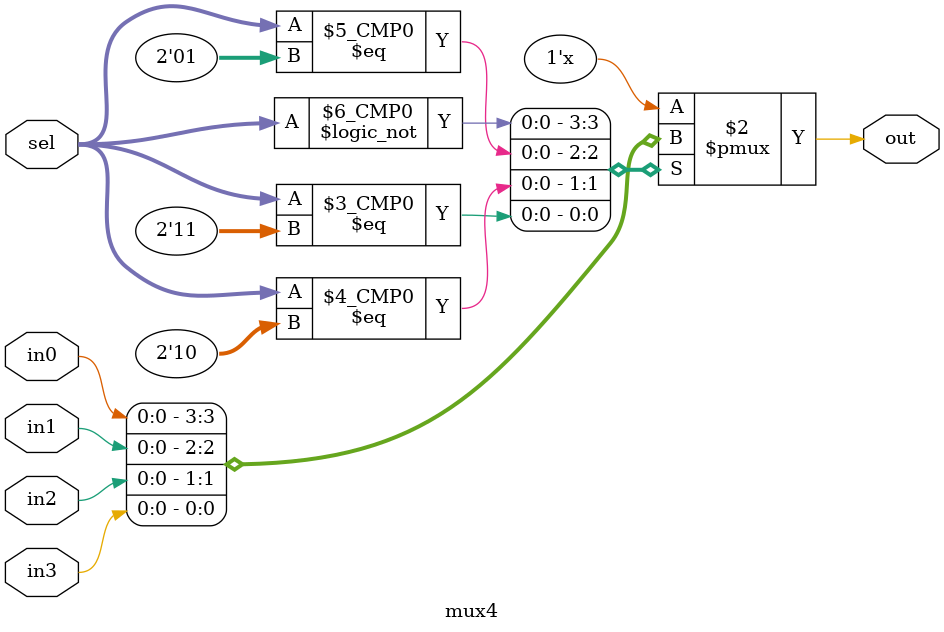
<source format=v>
`timescale 1ns / 1ps


module mux4 #(parameter N = 1)(
    input [N-1:0] in0,
    input [N-1:0] in1,
    input [N-1:0] in2,
    input [N-1:0] in3,
    input [1:0] sel,
    output reg [N-1:0] out
    );
    
    always @*
        begin
            case (sel)
               2'b00    : out = in0;
               2'b01    : out = in1;
               2'b10    : out = in2;
               2'b11    : out = in3;
            endcase
        end
        
endmodule // mux4

</source>
